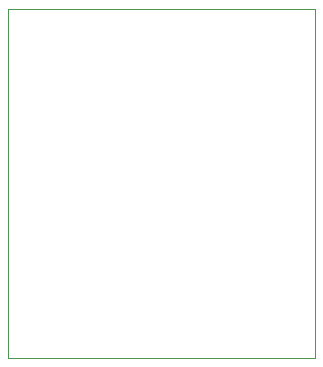
<source format=gm1>
G04 #@! TF.GenerationSoftware,KiCad,Pcbnew,(6.0.11)*
G04 #@! TF.CreationDate,2023-12-04T17:04:48+01:00*
G04 #@! TF.ProjectId,PCB_Dongle_Linky,5043425f-446f-46e6-976c-655f4c696e6b,rev?*
G04 #@! TF.SameCoordinates,Original*
G04 #@! TF.FileFunction,Profile,NP*
%FSLAX46Y46*%
G04 Gerber Fmt 4.6, Leading zero omitted, Abs format (unit mm)*
G04 Created by KiCad (PCBNEW (6.0.11)) date 2023-12-04 17:04:48*
%MOMM*%
%LPD*%
G01*
G04 APERTURE LIST*
G04 #@! TA.AperFunction,Profile*
%ADD10C,0.100000*%
G04 #@! TD*
G04 APERTURE END LIST*
D10*
X18250000Y-102048385D02*
X44200000Y-102048385D01*
X44200000Y-102048385D02*
X44200000Y-131550000D01*
X44200000Y-131550000D02*
X18250000Y-131550000D01*
X18250000Y-131550000D02*
X18250000Y-102048385D01*
M02*

</source>
